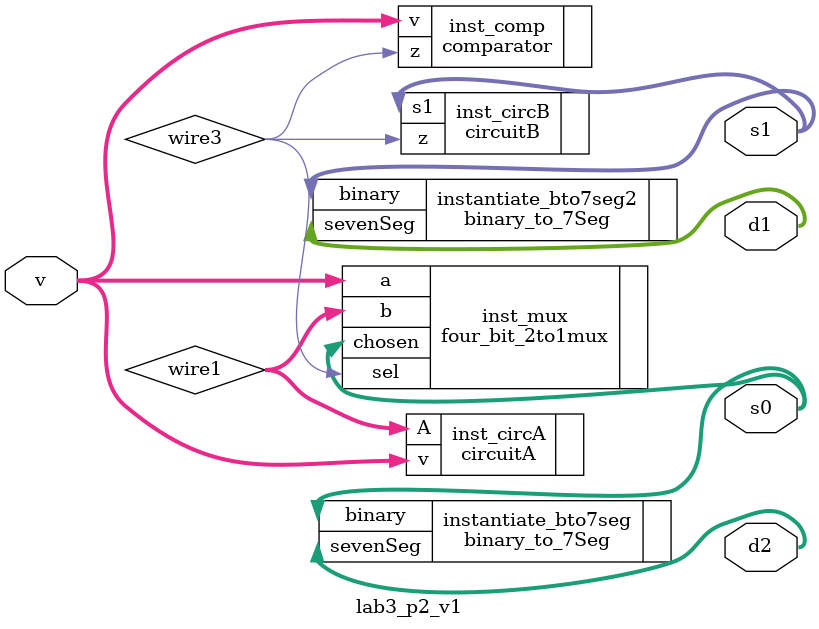
<source format=v>
module lab3_p2_v1 (v, d1, d2, s1, s0);
    input [3:0] v; 
	output [6:0] d1, d2; // d1 is the ten's digit, d2 is the one's digit.
	output [3:0] s1, s0; // s1 is the ten's digit, s0 is the one's digit.
	
	//Add any required intermediate wires here
	wire [3:0] wire1, wire2;
	wire wire3;
	
	comparator inst_comp(.v(v),.z(wire3));
	circuitA inst_circA(.v(v),.A(wire1));
	circuitB inst_circB(.z(wire3),.s1(s1));
	four_bit_2to1mux inst_mux(.sel(wire3),.a(v),.b(wire1),.chosen(s0));
	binary_to_7Seg instantiate_bto7seg(.binary(s0),.sevenSeg(d2));
	binary_to_7Seg instantiate_bto7seg2(.binary(s1),.sevenSeg(d1));
	
endmodule
</source>
